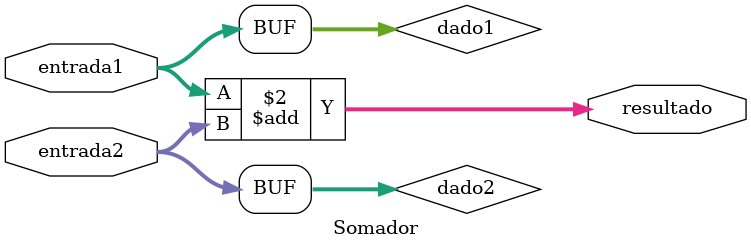
<source format=v>
module Somador(entrada1, entrada2, resultado);
    input [7:0] entrada1, entrada2;
    output reg signed [7:0] resultado;
    reg signed[7:0] dado1, dado2;

    always@ (*) begin
        dado1 = entrada1;
        dado2 = entrada2;
        resultado = dado1 + dado2;
    end

endmodule
</source>
